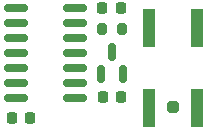
<source format=gbr>
%TF.GenerationSoftware,KiCad,Pcbnew,7.0.5-0*%
%TF.CreationDate,2023-07-03T13:56:25+02:00*%
%TF.ProjectId,Proditor,50726f64-6974-46f7-922e-6b696361645f,rev?*%
%TF.SameCoordinates,Original*%
%TF.FileFunction,Paste,Top*%
%TF.FilePolarity,Positive*%
%FSLAX46Y46*%
G04 Gerber Fmt 4.6, Leading zero omitted, Abs format (unit mm)*
G04 Created by KiCad (PCBNEW 7.0.5-0) date 2023-07-03 13:56:25*
%MOMM*%
%LPD*%
G01*
G04 APERTURE LIST*
G04 Aperture macros list*
%AMRoundRect*
0 Rectangle with rounded corners*
0 $1 Rounding radius*
0 $2 $3 $4 $5 $6 $7 $8 $9 X,Y pos of 4 corners*
0 Add a 4 corners polygon primitive as box body*
4,1,4,$2,$3,$4,$5,$6,$7,$8,$9,$2,$3,0*
0 Add four circle primitives for the rounded corners*
1,1,$1+$1,$2,$3*
1,1,$1+$1,$4,$5*
1,1,$1+$1,$6,$7*
1,1,$1+$1,$8,$9*
0 Add four rect primitives between the rounded corners*
20,1,$1+$1,$2,$3,$4,$5,0*
20,1,$1+$1,$4,$5,$6,$7,0*
20,1,$1+$1,$6,$7,$8,$9,0*
20,1,$1+$1,$8,$9,$2,$3,0*%
G04 Aperture macros list end*
%ADD10R,1.000000X3.200000*%
%ADD11RoundRect,0.250000X0.250000X-0.250000X0.250000X0.250000X-0.250000X0.250000X-0.250000X-0.250000X0*%
%ADD12RoundRect,0.200000X0.200000X0.275000X-0.200000X0.275000X-0.200000X-0.275000X0.200000X-0.275000X0*%
%ADD13RoundRect,0.225000X0.225000X0.250000X-0.225000X0.250000X-0.225000X-0.250000X0.225000X-0.250000X0*%
%ADD14RoundRect,0.150000X0.150000X-0.587500X0.150000X0.587500X-0.150000X0.587500X-0.150000X-0.587500X0*%
%ADD15RoundRect,0.218750X-0.218750X-0.256250X0.218750X-0.256250X0.218750X0.256250X-0.218750X0.256250X0*%
%ADD16RoundRect,0.150000X-0.825000X-0.150000X0.825000X-0.150000X0.825000X0.150000X-0.825000X0.150000X0*%
G04 APERTURE END LIST*
D10*
%TO.C,SW1*%
X156274000Y-92503200D03*
D11*
X158274000Y-92403200D03*
D10*
X156274000Y-85703200D03*
X160274000Y-92503200D03*
X160274000Y-85703200D03*
%TD*%
D12*
%TO.C,R1*%
X153925000Y-85790000D03*
X152275000Y-85790000D03*
%TD*%
D13*
%TO.C,C1*%
X146165000Y-93320000D03*
X144615000Y-93320000D03*
%TD*%
D14*
%TO.C,U2*%
X152167800Y-89637500D03*
X154067800Y-89637500D03*
X153117800Y-87762500D03*
%TD*%
D15*
%TO.C,D1*%
X152300000Y-84060000D03*
X153875000Y-84060000D03*
%TD*%
D16*
%TO.C,U1*%
X145022800Y-84067200D03*
X145022800Y-85337200D03*
X145022800Y-86607200D03*
X145022800Y-87877200D03*
X145022800Y-89147200D03*
X145022800Y-90417200D03*
X145022800Y-91687200D03*
X149972800Y-91687200D03*
X149972800Y-90417200D03*
X149972800Y-89147200D03*
X149972800Y-87877200D03*
X149972800Y-86607200D03*
X149972800Y-85337200D03*
X149972800Y-84067200D03*
%TD*%
D13*
%TO.C,C2*%
X153875000Y-91600000D03*
X152325000Y-91600000D03*
%TD*%
M02*

</source>
